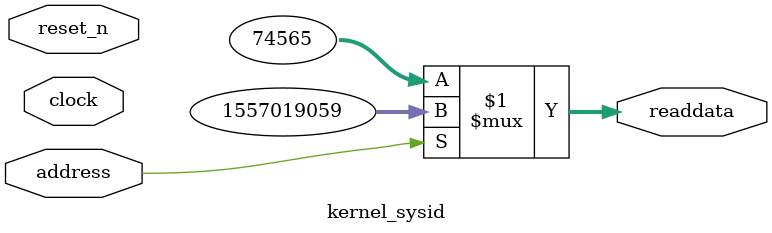
<source format=v>



// synthesis translate_off
`timescale 1ns / 1ps
// synthesis translate_on

// turn off superfluous verilog processor warnings 
// altera message_level Level1 
// altera message_off 10034 10035 10036 10037 10230 10240 10030 

module kernel_sysid (
               // inputs:
                address,
                clock,
                reset_n,

               // outputs:
                readdata
             )
;

  output  [ 31: 0] readdata;
  input            address;
  input            clock;
  input            reset_n;

  wire    [ 31: 0] readdata;
  //control_slave, which is an e_avalon_slave
  assign readdata = address ? 1557019059 : 74565;

endmodule



</source>
